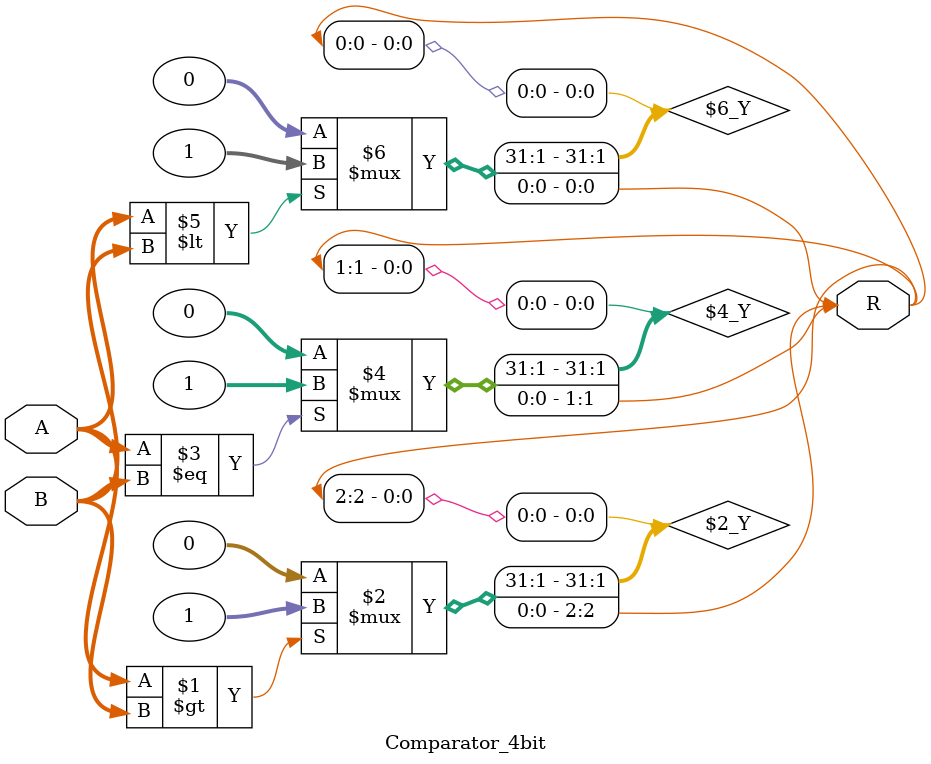
<source format=v>

module Comparator_4bit (
	input [3:0] A, B,
	output [2:0] R
);

	assign R[2] = (A > B) ? 1 : 0;
	assign R[1] = (A == B) ? 1 : 0;
	assign R[0] = (A < B) ? 1 : 0;
	
endmodule 
</source>
